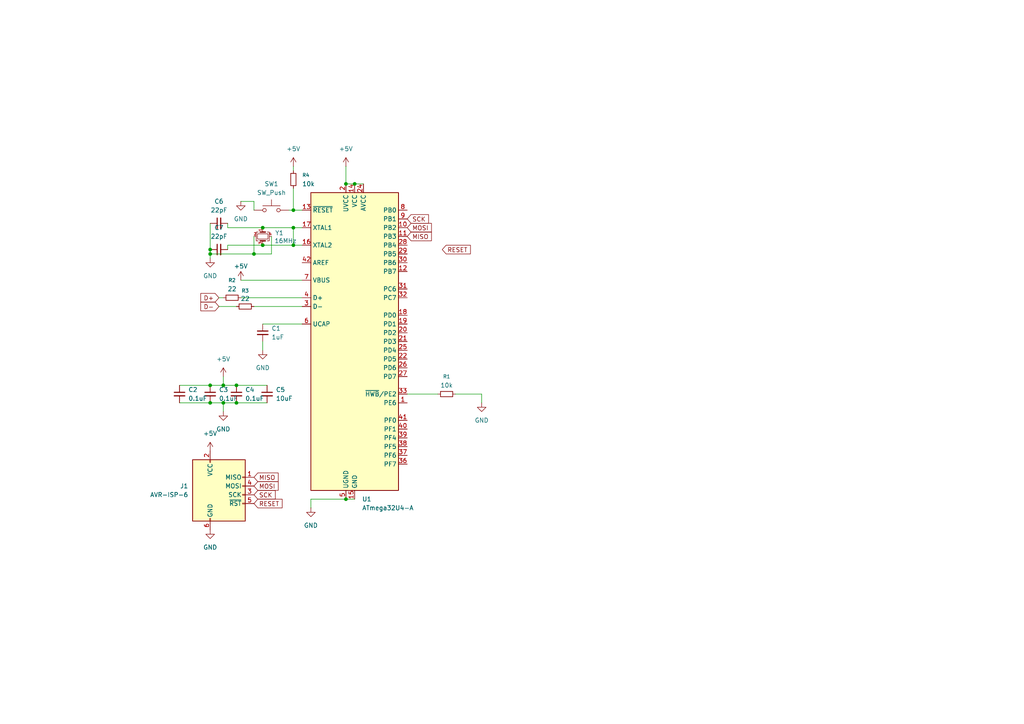
<source format=kicad_sch>
(kicad_sch (version 20250114) (generator "eeschema") (generator_version "9.0")
  (paper "A4")
  (lib_symbols
    (symbol "Connector:AVR-ISP-6" (pin_names (offset 1.016))
      (property "Reference" "J" (at -6.35 11.43 0))
      (property "Value" "AVR-ISP-6" (at 0 11.43 0))
      (symbol "AVR-ISP-6_0_1"
        (rectangle (start -2.667 10.16) (end -2.413 9.398))
        (rectangle (start -2.667 -6.858) (end -2.413 -7.62))
        (rectangle (start 7.62 10.16) (end -7.62 -7.62) (stroke (width 0.254)) (fill (type background)))
        (rectangle (start 7.62 5.207) (end 6.858 4.953))
        (rectangle (start 7.62 2.667) (end 6.858 2.413))
        (rectangle (start 7.62 0.127) (end 6.858 -0.127))
        (rectangle (start 7.62 -2.413) (end 6.858 -2.667))
      )
      (symbol "AVR-ISP-6_1_1"
        (pin passive line (at -2.54 12.7 270) (length 2.54) (name "VCC") (number "2"))
        (pin passive line (at -2.54 -10.16 90) (length 2.54) (name "GND") (number "6"))
        (pin passive line (at 10.16 5.08 180) (length 2.54) (name "MISO") (number "1"))
        (pin passive line (at 10.16 2.54 180) (length 2.54) (name "MOSI") (number "4"))
        (pin passive line (at 10.16 0 180) (length 2.54) (name "SCK") (number "3"))
        (pin passive line (at 10.16 -2.54 180) (length 2.54) (name "~{RST}") (number "5"))
      )
    )
    (symbol "Device:C_Small" (pin_numbers (hide yes)) (pin_names (offset 0.254) (hide yes))
      (property "Reference" "C" (at 0.254 1.778 0))
      (property "Value" "C_Small" (at 0.254 -2.032 0))
      (symbol "C_Small_0_1"
        (polyline (pts (xy -1.524 0.508) (xy 1.524 0.508)) (stroke (width 0.3048)))
        (polyline (pts (xy -1.524 -0.508) (xy 1.524 -0.508)) (stroke (width 0.3302)))
      )
      (symbol "C_Small_1_1"
        (pin passive line (at 0 2.54 270) (length 2.032) (name "~") (number "1"))
        (pin passive line (at 0 -2.54 90) (length 2.032) (name "~") (number "2"))
      )
    )
    (symbol "Device:Crystal_GND24_Small" (pin_names (offset 1.016) (hide yes))
      (property "Reference" "Y" (at 1.27 4.445 0))
      (property "Value" "Crystal_GND24_Small" (at 1.27 2.54 0))
      (symbol "Crystal_GND24_Small_0_1"
        (polyline (pts (xy -1.27 1.27) (xy -1.27 1.905) (xy 1.27 1.905) (xy 1.27 1.27)))
        (polyline (pts (xy -1.27 -0.762) (xy -1.27 0.762)) (stroke (width 0.381)))
        (polyline (pts (xy -1.27 -1.27) (xy -1.27 -1.905) (xy 1.27 -1.905) (xy 1.27 -1.27)))
        (rectangle (start -0.762 -1.524) (end 0.762 1.524))
        (polyline (pts (xy 1.27 -0.762) (xy 1.27 0.762)) (stroke (width 0.381)))
      )
      (symbol "Crystal_GND24_Small_1_1"
        (pin passive line (at -2.54 0 0) (length 1.27) (name "1") (number "1"))
        (pin passive line (at 0 2.54 270) (length 0.635) (name "4") (number "4"))
        (pin passive line (at 0 -2.54 90) (length 0.635) (name "2") (number "2"))
        (pin passive line (at 2.54 0 180) (length 1.27) (name "3") (number "3"))
      )
    )
    (symbol "Device:R_Small" (pin_numbers (hide yes)) (pin_names (offset 0.254) (hide yes))
      (property "Reference" "R" (at 0 0 90))
      (property "Value" "R_Small" (at 1.778 0 90))
      (symbol "R_Small_0_1"
        (rectangle (start -0.762 1.778) (end 0.762 -1.778) (stroke (width 0.2032)))
      )
      (symbol "R_Small_1_1"
        (pin passive line (at 0 2.54 270) (length 0.762) (name "~") (number "1"))
        (pin passive line (at 0 -2.54 90) (length 0.762) (name "~") (number "2"))
      )
    )
    (symbol "MCU_Microchip_ATmega:ATmega32U4-A"
      (property "Reference" "U" (at -12.7 44.45 0))
      (property "Value" "ATmega32U4-A" (at 2.54 -44.45 0))
      (symbol "ATmega32U4-A_0_1"
        (rectangle (start -12.7 -43.18) (end 12.7 43.18) (stroke (width 0.254)) (fill (type background)))
      )
      (symbol "ATmega32U4-A_1_1"
        (pin input line (at -15.24 38.1 0) (length 2.54) (name "~{RESET}") (number "13"))
        (pin input line (at -15.24 33.02 0) (length 2.54) (name "XTAL1") (number "17"))
        (pin output line (at -15.24 27.94 0) (length 2.54) (name "XTAL2") (number "16"))
        (pin passive line (at -15.24 22.86 0) (length 2.54) (name "AREF") (number "42"))
        (pin input line (at -15.24 17.78 0) (length 2.54) (name "VBUS") (number "7"))
        (pin bidirectional line (at -15.24 12.7 0) (length 2.54) (name "D+") (number "4"))
        (pin bidirectional line (at -15.24 10.16 0) (length 2.54) (name "D-") (number "3"))
        (pin passive line (at -15.24 5.08 0) (length 2.54) (name "UCAP") (number "6"))
        (pin power_in line (at -2.54 45.72 270) (length 2.54) (name "UVCC") (number "2"))
        (pin passive line (at -2.54 -45.72 90) (length 2.54) (name "UGND") (number "5"))
        (pin power_in line (at 0 45.72 270) (length 2.54) (name "VCC") (number "14"))
        (pin passive line (at 0 45.72 270) (length 2.54) (hide yes) (name "VCC") (number "34"))
        (pin power_in line (at 0 -45.72 90) (length 2.54) (name "GND") (number "15"))
        (pin passive line (at 0 -45.72 90) (length 2.54) (hide yes) (name "GND") (number "23"))
        (pin passive line (at 0 -45.72 90) (length 2.54) (hide yes) (name "GND") (number "35"))
        (pin passive line (at 0 -45.72 90) (length 2.54) (hide yes) (name "GND") (number "43"))
        (pin power_in line (at 2.54 45.72 270) (length 2.54) (name "AVCC") (number "24"))
        (pin passive line (at 2.54 45.72 270) (length 2.54) (hide yes) (name "AVCC") (number "44"))
        (pin bidirectional line (at 15.24 38.1 180) (length 2.54) (name "PB0") (number "8"))
        (pin bidirectional line (at 15.24 35.56 180) (length 2.54) (name "PB1") (number "9"))
        (pin bidirectional line (at 15.24 33.02 180) (length 2.54) (name "PB2") (number "10"))
        (pin bidirectional line (at 15.24 30.48 180) (length 2.54) (name "PB3") (number "11"))
        (pin bidirectional line (at 15.24 27.94 180) (length 2.54) (name "PB4") (number "28"))
        (pin bidirectional line (at 15.24 25.4 180) (length 2.54) (name "PB5") (number "29"))
        (pin bidirectional line (at 15.24 22.86 180) (length 2.54) (name "PB6") (number "30"))
        (pin bidirectional line (at 15.24 20.32 180) (length 2.54) (name "PB7") (number "12"))
        (pin bidirectional line (at 15.24 15.24 180) (length 2.54) (name "PC6") (number "31"))
        (pin bidirectional line (at 15.24 12.7 180) (length 2.54) (name "PC7") (number "32"))
        (pin bidirectional line (at 15.24 7.62 180) (length 2.54) (name "PD0") (number "18"))
        (pin bidirectional line (at 15.24 5.08 180) (length 2.54) (name "PD1") (number "19"))
        (pin bidirectional line (at 15.24 2.54 180) (length 2.54) (name "PD2") (number "20"))
        (pin bidirectional line (at 15.24 0 180) (length 2.54) (name "PD3") (number "21"))
        (pin bidirectional line (at 15.24 -2.54 180) (length 2.54) (name "PD4") (number "25"))
        (pin bidirectional line (at 15.24 -5.08 180) (length 2.54) (name "PD5") (number "22"))
        (pin bidirectional line (at 15.24 -7.62 180) (length 2.54) (name "PD6") (number "26"))
        (pin bidirectional line (at 15.24 -10.16 180) (length 2.54) (name "PD7") (number "27"))
        (pin bidirectional line (at 15.24 -15.24 180) (length 2.54) (name "~{HWB}/PE2") (number "33"))
        (pin bidirectional line (at 15.24 -17.78 180) (length 2.54) (name "PE6") (number "1"))
        (pin bidirectional line (at 15.24 -22.86 180) (length 2.54) (name "PF0") (number "41"))
        (pin bidirectional line (at 15.24 -25.4 180) (length 2.54) (name "PF1") (number "40"))
        (pin bidirectional line (at 15.24 -27.94 180) (length 2.54) (name "PF4") (number "39"))
        (pin bidirectional line (at 15.24 -30.48 180) (length 2.54) (name "PF5") (number "38"))
        (pin bidirectional line (at 15.24 -33.02 180) (length 2.54) (name "PF6") (number "37"))
        (pin bidirectional line (at 15.24 -35.56 180) (length 2.54) (name "PF7") (number "36"))
      )
    )
    (symbol "Switch:SW_Push" (pin_numbers (hide yes)) (pin_names (offset 1.016) (hide yes))
      (property "Reference" "SW" (at 1.27 2.54 0))
      (property "Value" "SW_Push" (at 0 -1.524 0))
      (symbol "SW_Push_0_1"
        (circle (center -2.032 0) (radius 0.508))
        (polyline (pts (xy 0 1.27) (xy 0 3.048)))
        (circle (center 2.032 0) (radius 0.508))
        (polyline (pts (xy 2.54 1.27) (xy -2.54 1.27)))
        (pin passive line (at -5.08 0 0) (length 2.54) (name "1") (number "1"))
        (pin passive line (at 5.08 0 180) (length 2.54) (name "2") (number "2"))
      )
    )
    (symbol "power:+5V" (power) (pin_numbers (hide yes)) (pin_names (offset 0) (hide yes))
      (property "Value" "+5V" (at 0 3.556 0))
      (symbol "+5V_0_1"
        (polyline (pts (xy -0.762 1.27) (xy 0 2.54)))
        (polyline (pts (xy 0 2.54) (xy 0.762 1.27)))
        (polyline (pts (xy 0 0) (xy 0 2.54)))
      )
      (symbol "+5V_1_1"
        (pin power_in line (at 0 0 90) (length 0) (name "~") (number "1"))
      )
    )
    (symbol "power:GND" (power) (pin_numbers (hide yes)) (pin_names (offset 0) (hide yes))
      (property "Value" "GND" (at 0 -3.81 0))
      (symbol "GND_0_1"
        (polyline (pts (xy 0 0) (xy 0 -1.27) (xy 1.27 -1.27) (xy 0 -2.54) (xy -1.27 -1.27) (xy 0 -1.27)))
      )
      (symbol "GND_1_1"
        (pin power_in line (at 0 0 270) (length 0) (name "~") (number "1"))
      )
    )
  )
  (junction (at 64.77 111.76))
  (junction (at 64.77 116.84))
  (junction (at 100.33 53.34))
  (junction (at 60.96 111.76))
  (junction (at 60.96 116.84))
  (junction (at 68.58 111.76))
  (junction (at 60.96 73.66))
  (junction (at 85.09 71.12))
  (junction (at 85.09 60.96))
  (junction (at 76.2 66.04))
  (junction (at 68.58 116.84))
  (junction (at 60.96 72.39))
  (junction (at 85.09 66.04))
  (junction (at 73.66 73.66))
  (junction (at 100.33 144.78))
  (junction (at 76.2 71.12))
  (junction (at 102.87 53.34))
  (wire (pts (xy 85.09 54.61) (xy 85.09 60.96)))
  (wire (pts (xy 90.17 144.78) (xy 90.17 147.32)))
  (wire (pts (xy 60.96 73.66) (xy 60.96 74.93)))
  (wire (pts (xy 66.04 71.12) (xy 76.2 71.12)))
  (wire (pts (xy 139.7 114.3) (xy 139.7 116.84)))
  (wire (pts (xy 69.85 86.36) (xy 87.63 86.36)))
  (wire (pts (xy 100.33 53.34) (xy 102.87 53.34)))
  (wire (pts (xy 64.77 109.22) (xy 64.77 111.76)))
  (wire (pts (xy 76.2 66.04) (xy 85.09 66.04)))
  (wire (pts (xy 78.74 68.58) (xy 78.74 73.66)))
  (wire (pts (xy 66.04 71.12) (xy 66.04 72.39)))
  (wire (pts (xy 83.82 60.96) (xy 85.09 60.96)))
  (wire (pts (xy 64.77 111.76) (xy 68.58 111.76)))
  (wire (pts (xy 73.66 68.58) (xy 73.66 73.66)))
  (wire (pts (xy 73.66 58.42) (xy 73.66 60.96)))
  (wire (pts (xy 68.58 116.84) (xy 77.47 116.84)))
  (wire (pts (xy 102.87 144.78) (xy 100.33 144.78)))
  (wire (pts (xy 85.09 48.26) (xy 85.09 49.53)))
  (wire (pts (xy 118.11 114.3) (xy 127 114.3)))
  (wire (pts (xy 69.85 81.28) (xy 87.63 81.28)))
  (wire (pts (xy 85.09 66.04) (xy 87.63 66.04)))
  (wire (pts (xy 100.33 48.26) (xy 100.33 53.34)))
  (wire (pts (xy 78.74 73.66) (xy 73.66 73.66)))
  (wire (pts (xy 90.17 144.78) (xy 100.33 144.78)))
  (wire (pts (xy 66.04 66.04) (xy 66.04 64.77)))
  (wire (pts (xy 60.96 72.39) (xy 60.96 73.66)))
  (wire (pts (xy 64.77 116.84) (xy 64.77 119.38)))
  (wire (pts (xy 85.09 60.96) (xy 87.63 60.96)))
  (wire (pts (xy 85.09 71.12) (xy 87.63 71.12)))
  (wire (pts (xy 60.96 111.76) (xy 64.77 111.76)))
  (wire (pts (xy 76.2 99.06) (xy 76.2 101.6)))
  (wire (pts (xy 60.96 73.66) (xy 73.66 73.66)))
  (wire (pts (xy 52.07 116.84) (xy 60.96 116.84)))
  (wire (pts (xy 85.09 66.04) (xy 85.09 71.12)))
  (wire (pts (xy 102.87 53.34) (xy 105.41 53.34)))
  (wire (pts (xy 76.2 93.98) (xy 87.63 93.98)))
  (wire (pts (xy 52.07 111.76) (xy 60.96 111.76)))
  (wire (pts (xy 68.58 111.76) (xy 77.47 111.76)))
  (wire (pts (xy 69.85 58.42) (xy 73.66 58.42)))
  (wire (pts (xy 132.08 114.3) (xy 139.7 114.3)))
  (wire (pts (xy 66.04 66.04) (xy 76.2 66.04)))
  (wire (pts (xy 64.77 116.84) (xy 68.58 116.84)))
  (wire (pts (xy 85.09 71.12) (xy 76.2 71.12)))
  (wire (pts (xy 63.5 88.9) (xy 68.58 88.9)))
  (wire (pts (xy 63.5 86.36) (xy 64.77 86.36)))
  (wire (pts (xy 73.66 88.9) (xy 87.63 88.9)))
  (wire (pts (xy 60.96 116.84) (xy 64.77 116.84)))
  (wire (pts (xy 60.96 64.77) (xy 60.96 72.39)))
  (global_label "D+" (shape input) (at 63.5 86.36 180) (property "Intersheetrefs" "${INTERSHEET_REFS}" (effects (hide yes))))
  (global_label "MOSI" (shape input) (at 118.11 66.04 0) (property "Intersheetrefs" "${INTERSHEET_REFS}" (effects (hide yes))))
  (global_label "MOSI" (shape input) (at 73.66 140.97 0) (property "Intersheetrefs" "${INTERSHEET_REFS}" (effects (hide yes))))
  (global_label "D-" (shape input) (at 63.5 88.9 180) (property "Intersheetrefs" "${INTERSHEET_REFS}" (effects (hide yes))))
  (global_label "MISO" (shape input) (at 73.66 138.43 0) (property "Intersheetrefs" "${INTERSHEET_REFS}" (effects (hide yes))))
  (global_label "RESET" (shape input) (at 128.27 72.39 0) (property "Intersheetrefs" "${INTERSHEET_REFS}" (effects (hide yes))))
  (global_label "SCK" (shape input) (at 118.11 63.5 0) (property "Intersheetrefs" "${INTERSHEET_REFS}" (effects (hide yes))))
  (global_label "RESET" (shape input) (at 73.66 146.05 0) (property "Intersheetrefs" "${INTERSHEET_REFS}" (effects (hide yes))))
  (global_label "SCK" (shape input) (at 73.66 143.51 0) (property "Intersheetrefs" "${INTERSHEET_REFS}" (effects (hide yes))))
  (global_label "MISO" (shape input) (at 118.11 68.58 0) (property "Intersheetrefs" "${INTERSHEET_REFS}" (effects (hide yes))))
  (symbol (lib_id "Device:C_Small") (at 60.96 114.3 0) (unit 1)
    (property "Reference" "C3" (at 63.5 113.0362 0) (effects (justify left)))
    (property "Value" "0.1uF" (at 63.5 115.5762 0) (effects (justify left)))
    (property "Description" "Unpolarized capacitor, small symbol" (effects (hide yes)))
  )
  (symbol (lib_id "power:+5V") (at 69.85 81.28 0) (unit 1)
    (property "Reference" "#PWR07" (effects (hide yes)))
    (property "Value" "+5V" (at 69.85 77.216 0))
    (property "Description" "Power symbol creates a global label with name \"+5V\"" (effects (hide yes)))
  )
  (symbol (lib_id "power:GND") (at 60.96 74.93 0) (unit 1)
    (property "Reference" "#PWR08" (effects (hide yes)))
    (property "Value" "GND" (at 60.96 80.01 0))
    (property "Description" "Power symbol creates a global label with name \"GND\" , ground" (effects (hide yes)))
  )
  (symbol (lib_id "Device:R_Small") (at 85.09 52.07 0) (unit 1)
    (property "Reference" "R4" (at 87.63 50.7999 0) (effects (font (size 1.016 1.016)) (justify left)))
    (property "Value" "10k" (at 87.63 53.3399 0) (effects (justify left)))
    (property "Description" "Resistor, small symbol" (effects (hide yes)))
  )
  (symbol (lib_id "Device:R_Small") (at 71.12 88.9 90) (unit 1)
    (property "Reference" "R3" (at 71.12 84.328 90) (effects (font (size 1.016 1.016))))
    (property "Value" "22" (at 71.12 86.614 90))
    (property "Description" "Resistor, small symbol" (effects (hide yes)))
  )
  (symbol (lib_id "power:GND") (at 76.2 101.6 0) (unit 1)
    (property "Reference" "#PWR04" (effects (hide yes)))
    (property "Value" "GND" (at 76.2 106.68 0))
    (property "Description" "Power symbol creates a global label with name \"GND\" , ground" (effects (hide yes)))
  )
  (symbol (lib_id "Device:R_Small") (at 129.54 114.3 90) (unit 1)
    (property "Reference" "R1" (at 129.54 109.22 90) (effects (font (size 1.016 1.016))))
    (property "Value" "10k" (at 129.54 111.76 90))
    (property "Description" "Resistor, small symbol" (effects (hide yes)))
  )
  (symbol (lib_id "power:+5V") (at 85.09 48.26 0) (unit 1)
    (property "Reference" "#PWR010" (effects (hide yes)))
    (property "Value" "+5V" (at 85.09 43.18 0))
    (property "Description" "Power symbol creates a global label with name \"+5V\"" (effects (hide yes)))
  )
  (symbol (lib_id "power:+5V") (at 60.96 130.81 0) (unit 1)
    (property "Reference" "#PWR012" (effects (hide yes)))
    (property "Value" "+5V" (at 60.96 125.73 0))
    (property "Description" "Power symbol creates a global label with name \"+5V\"" (effects (hide yes)))
  )
  (symbol (lib_id "power:GND") (at 60.96 153.67 0) (unit 1)
    (property "Reference" "#PWR011" (effects (hide yes)))
    (property "Value" "GND" (at 60.96 158.75 0))
    (property "Description" "Power symbol creates a global label with name \"GND\" , ground" (effects (hide yes)))
  )
  (symbol (lib_id "Switch:SW_Push") (at 78.74 60.96 0) (unit 1)
    (property "Reference" "SW1" (at 78.74 53.34 0))
    (property "Value" "SW_Push" (at 78.74 55.88 0))
    (property "Description" "Push button switch, generic, two pins" (effects (hide yes)))
  )
  (symbol (lib_id "MCU_Microchip_ATmega:ATmega32U4-A") (at 102.87 99.06 0) (unit 1)
    (property "Reference" "U1" (at 105.0133 144.78 0) (effects (justify left)))
    (property "Value" "ATmega32U4-A" (at 105.0133 147.32 0) (effects (justify left)))
    (property "Footprint" "Package_QFP:TQFP-44_10x10mm_P0.8mm" (effects (hide yes)))
    (property "Datasheet" "http://ww1.microchip.com/downloads/en/DeviceDoc/Atmel-7766-8-bit-AVR-ATmega16U4-32U4_Datasheet.pdf" (effects (hide yes)))
    (property "Description" "16MHz, 32kB Flash, 2.5kB SRAM, 1kB EEPROM, USB 2.0, TQFP-44" (effects (hide yes)))
  )
  (symbol (lib_id "Device:Crystal_GND24_Small") (at 76.2 68.58 270) (unit 1)
    (property "Reference" "Y1" (at 81.026 67.564 90))
    (property "Value" "16MHz" (at 82.804 69.85 90))
    (property "Description" "Four pin crystal, GND on pins 2 and 4, small symbol" (effects (hide yes)))
  )
  (symbol (lib_id "power:+5V") (at 100.33 48.26 0) (unit 1)
    (property "Reference" "#PWR01" (effects (hide yes)))
    (property "Value" "+5V" (at 100.33 43.18 0))
    (property "Description" "Power symbol creates a global label with name \"+5V\"" (effects (hide yes)))
  )
  (symbol (lib_id "Device:C_Small") (at 68.58 114.3 0) (unit 1)
    (property "Reference" "C4" (at 71.12 113.0362 0) (effects (justify left)))
    (property "Value" "0.1uF" (at 71.12 115.5762 0) (effects (justify left)))
    (property "Description" "Unpolarized capacitor, small symbol" (effects (hide yes)))
  )
  (symbol (lib_id "Device:C_Small") (at 52.07 114.3 0) (unit 1)
    (property "Reference" "C2" (at 54.61 113.0362 0) (effects (justify left)))
    (property "Value" "0.1uF" (at 54.61 115.5762 0) (effects (justify left)))
    (property "Description" "Unpolarized capacitor, small symbol" (effects (hide yes)))
  )
  (symbol (lib_id "power:GND") (at 139.7 116.84 0) (unit 1)
    (property "Reference" "#PWR03" (effects (hide yes)))
    (property "Value" "GND" (at 139.7 121.92 0))
    (property "Description" "Power symbol creates a global label with name \"GND\" , ground" (effects (hide yes)))
  )
  (symbol (lib_id "Device:C_Small") (at 63.5 64.77 90) (unit 1)
    (property "Reference" "C6" (at 63.5063 58.42 90))
    (property "Value" "22pF" (at 63.5063 60.96 90))
    (property "Description" "Unpolarized capacitor, small symbol" (effects (hide yes)))
  )
  (symbol (lib_id "Device:C_Small") (at 77.47 114.3 0) (unit 1)
    (property "Reference" "C5" (at 80.01 113.0362 0) (effects (justify left)))
    (property "Value" "10uF" (at 80.01 115.5762 0) (effects (justify left)))
    (property "Description" "Unpolarized capacitor, small symbol" (effects (hide yes)))
  )
  (symbol (lib_id "power:GND") (at 69.85 58.42 0) (unit 1)
    (property "Reference" "#PWR09" (effects (hide yes)))
    (property "Value" "GND" (at 69.85 63.5 0))
    (property "Description" "Power symbol creates a global label with name \"GND\" , ground" (effects (hide yes)))
  )
  (symbol (lib_id "power:GND") (at 90.17 147.32 0) (unit 1)
    (property "Reference" "#PWR02" (effects (hide yes)))
    (property "Value" "GND" (at 90.17 152.4 0))
    (property "Description" "Power symbol creates a global label with name \"GND\" , ground" (effects (hide yes)))
  )
  (symbol (lib_id "Device:C_Small") (at 76.2 96.52 0) (unit 1)
    (property "Reference" "C1" (at 78.74 95.2562 0) (effects (justify left)))
    (property "Value" "1uF" (at 78.74 97.7962 0) (effects (justify left)))
    (property "Description" "Unpolarized capacitor, small symbol" (effects (hide yes)))
  )
  (symbol (lib_id "power:GND") (at 64.77 119.38 0) (unit 1)
    (property "Reference" "#PWR06" (effects (hide yes)))
    (property "Value" "GND" (at 64.77 124.46 0))
    (property "Description" "Power symbol creates a global label with name \"GND\" , ground" (effects (hide yes)))
  )
  (symbol (lib_id "Device:C_Small") (at 63.5 72.39 90) (unit 1)
    (property "Reference" "C7" (at 63.5063 66.04 90))
    (property "Value" "22pF" (at 63.5063 68.58 90))
    (property "Description" "Unpolarized capacitor, small symbol" (effects (hide yes)))
  )
  (symbol (lib_id "power:+5V") (at 64.77 109.22 0) (unit 1)
    (property "Reference" "#PWR05" (effects (hide yes)))
    (property "Value" "+5V" (at 64.77 104.14 0))
    (property "Description" "Power symbol creates a global label with name \"+5V\"" (effects (hide yes)))
  )
  (symbol (lib_id "Connector:AVR-ISP-6") (at 63.5 143.51 0) (unit 1)
    (property "Reference" "J1" (at 54.61 140.9699 0) (effects (justify right)))
    (property "Value" "AVR-ISP-6" (at 54.61 143.5099 0) (effects (justify right)))
    (property "Description" "Atmel 6-pin ISP connector" (effects (hide yes)))
  )
  (symbol (lib_id "Device:R_Small") (at 67.31 86.36 90) (unit 1)
    (property "Reference" "R2" (at 67.31 81.28 90) (effects (font (size 1.016 1.016))))
    (property "Value" "22" (at 67.31 83.82 90))
    (property "Description" "Resistor, small symbol" (effects (hide yes)))
  )
)
</source>
